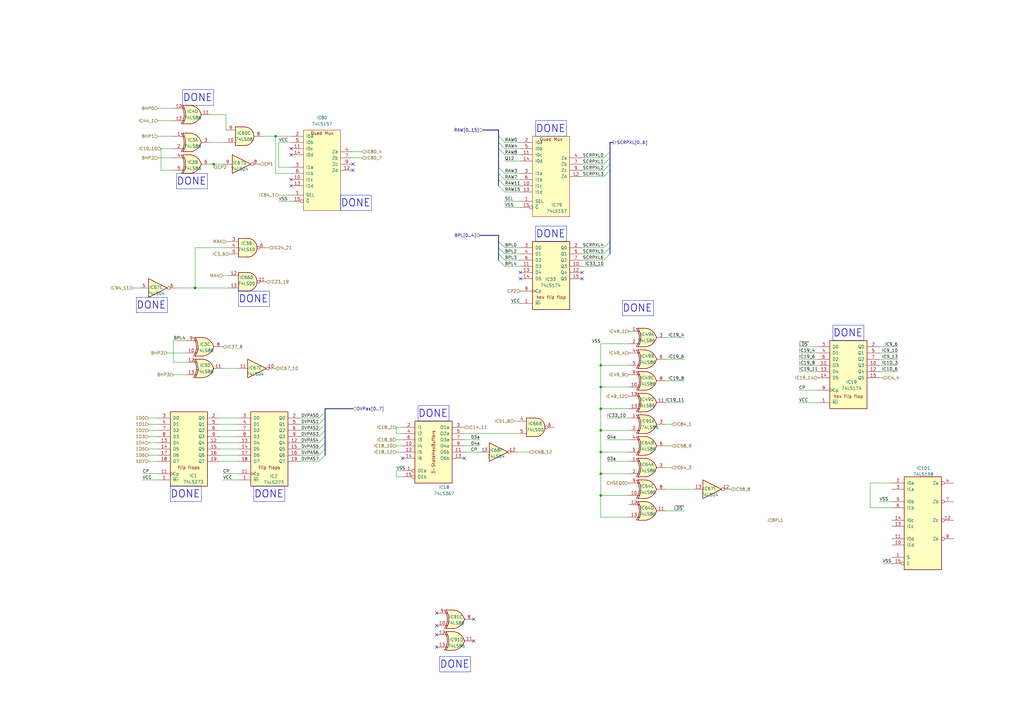
<source format=kicad_sch>
(kicad_sch (version 20231120) (generator "eeschema") (generator_version "8.0")
  (paper "A3")
  (lib_symbols
    (symbol "74xx:74LS10" (pin_names (offset 1.016))
      (property "Reference" "U" (at 0 1.27 0))
      (property "Value" "74LS10" (at 0 -1.27 0))
      (symbol "74LS10_1_1"
        (pin input line (at -7.62 2.54 0) (length 3.81) (name "~") (number "1"))
        (pin output inverted (at 7.62 0 180) (length 3.81) (name "~") (number "12"))
        (pin input line (at -7.62 -2.54 0) (length 3.81) (name "~") (number "13"))
        (pin input line (at -7.62 0 0) (length 3.81) (name "~") (number "2"))
      )
      (symbol "74LS10_1_2"
        (pin input inverted (at -7.62 2.54 0) (length 4.318) (name "~") (number "1"))
        (pin output line (at 7.62 0 180) (length 3.81) (name "~") (number "12"))
        (pin input inverted (at -7.62 -2.54 0) (length 4.318) (name "~") (number "13"))
        (pin input inverted (at -7.62 0 0) (length 4.953) (name "~") (number "2"))
      )
      (symbol "74LS10_2_1"
        (pin input line (at -7.62 2.54 0) (length 3.81) (name "~") (number "3"))
        (pin input line (at -7.62 0 0) (length 3.81) (name "~") (number "4"))
        (pin input line (at -7.62 -2.54 0) (length 3.81) (name "~") (number "5"))
        (pin output inverted (at 7.62 0 180) (length 3.81) (name "~") (number "6"))
      )
      (symbol "74LS10_2_2"
        (pin input inverted (at -7.62 2.54 0) (length 4.318) (name "~") (number "3"))
        (pin input inverted (at -7.62 0 0) (length 4.953) (name "~") (number "4"))
        (pin input inverted (at -7.62 -2.54 0) (length 4.318) (name "~") (number "5"))
        (pin output line (at 7.62 0 180) (length 3.81) (name "~") (number "6"))
      )
      (symbol "74LS10_3_1"
        (pin input line (at -7.62 0 0) (length 3.81) (name "~") (number "10"))
        (pin input line (at -7.62 -2.54 0) (length 3.81) (name "~") (number "11"))
        (pin output inverted (at 7.62 0 180) (length 3.81) (name "~") (number "8"))
        (pin input line (at -7.62 2.54 0) (length 3.81) (name "~") (number "9"))
      )
      (symbol "74LS10_3_2"
        (pin input inverted (at -7.62 0 0) (length 4.953) (name "~") (number "10"))
        (pin input inverted (at -7.62 -2.54 0) (length 4.318) (name "~") (number "11"))
        (pin output line (at 7.62 0 180) (length 3.81) (name "~") (number "8"))
        (pin input inverted (at -7.62 2.54 0) (length 4.318) (name "~") (number "9"))
      )
      (symbol "74LS10_4_0"
        (pin power_in line (at 0 12.7 270) (length 5.08) (name "VCC") (number "14"))
        (pin power_in line (at 0 -12.7 90) (length 5.08) (name "GND") (number "7"))
      )
    )
    (symbol "jt74:74LS00" (pin_names (offset 1.016))
      (property "Reference" "U" (at 0 1.27 0))
      (property "Value" "74LS00" (at 0 -1.27 0))
      (symbol "74LS00_1_1"
        (pin input line (at -7.62 2.54 0) (length 3.81) (name "~") (number "1"))
        (pin input line (at -7.62 -2.54 0) (length 3.81) (name "~") (number "2"))
        (pin output inverted (at 7.62 0 180) (length 3.81) (name "~") (number "3"))
      )
      (symbol "74LS00_1_2"
        (pin input inverted (at -7.62 2.54 0) (length 4.318) (name "~") (number "1"))
        (pin input inverted (at -7.62 -2.54 0) (length 4.318) (name "~") (number "2"))
        (pin output line (at 7.62 0 180) (length 3.81) (name "~") (number "3"))
      )
      (symbol "74LS00_2_1"
        (pin input line (at -7.62 2.54 0) (length 3.81) (name "~") (number "4"))
        (pin input line (at -7.62 -2.54 0) (length 3.81) (name "~") (number "5"))
        (pin output inverted (at 7.62 0 180) (length 3.81) (name "~") (number "6"))
      )
      (symbol "74LS00_2_2"
        (pin input inverted (at -7.62 2.54 0) (length 4.318) (name "~") (number "4"))
        (pin input inverted (at -7.62 -2.54 0) (length 4.318) (name "~") (number "5"))
        (pin output line (at 7.62 0 180) (length 3.81) (name "~") (number "6"))
      )
      (symbol "74LS00_3_1"
        (pin input line (at -7.62 -2.54 0) (length 3.81) (name "~") (number "10"))
        (pin output inverted (at 7.62 0 180) (length 3.81) (name "~") (number "8"))
        (pin input line (at -7.62 2.54 0) (length 3.81) (name "~") (number "9"))
      )
      (symbol "74LS00_3_2"
        (pin input inverted (at -7.62 -2.54 0) (length 4.318) (name "~") (number "10"))
        (pin output line (at 7.62 0 180) (length 3.81) (name "~") (number "8"))
        (pin input inverted (at -7.62 2.54 0) (length 4.318) (name "~") (number "9"))
      )
      (symbol "74LS00_4_1"
        (pin output inverted (at 7.62 0 180) (length 3.81) (name "~") (number "11"))
        (pin input line (at -7.62 2.54 0) (length 3.81) (name "~") (number "12"))
        (pin input line (at -7.62 -2.54 0) (length 3.81) (name "~") (number "13"))
      )
      (symbol "74LS00_4_2"
        (pin output line (at 7.62 0 180) (length 3.81) (name "~") (number "11"))
        (pin input inverted (at -7.62 2.54 0) (length 4.318) (name "~") (number "12"))
        (pin input inverted (at -7.62 -2.54 0) (length 4.318) (name "~") (number "13"))
      )
      (symbol "74LS00_5_0"
        (pin power_in line (at 0 7.62 270) (length 5.08) hide (name "VCC") (number "14"))
        (pin power_in line (at 0 -7.62 90) (length 5.08) hide (name "VSS") (number "7"))
      )
    )
    (symbol "jt74:74LS04" (pin_names (offset 1.016))
      (property "Reference" "U" (at 0 1.27 0))
      (property "Value" "74LS04" (at 0 -1.27 0))
      (symbol "74LS04_1_0"
        (pin input line (at -7.62 0 0) (length 3.81) (name "~") (number "1"))
        (pin output inverted (at 7.62 0 180) (length 3.81) (name "~") (number "2"))
      )
      (symbol "74LS04_2_0"
        (pin input line (at -7.62 0 0) (length 3.81) (name "~") (number "3"))
        (pin output inverted (at 7.62 0 180) (length 3.81) (name "~") (number "4"))
      )
      (symbol "74LS04_3_0"
        (pin input line (at -7.62 0 0) (length 3.81) (name "~") (number "5"))
        (pin output inverted (at 7.62 0 180) (length 3.81) (name "~") (number "6"))
      )
      (symbol "74LS04_4_0"
        (pin output inverted (at 7.62 0 180) (length 3.81) (name "~") (number "8"))
        (pin input line (at -7.62 0 0) (length 3.81) (name "~") (number "9"))
      )
      (symbol "74LS04_5_0"
        (pin output inverted (at 7.62 0 180) (length 3.81) (name "~") (number "10"))
        (pin input line (at -7.62 0 0) (length 3.81) (name "~") (number "11"))
      )
      (symbol "74LS04_6_0"
        (pin output inverted (at 7.62 0 180) (length 3.81) (name "~") (number "12"))
        (pin input line (at -7.62 0 0) (length 3.81) (name "~") (number "13"))
      )
      (symbol "74LS04_7_0"
        (pin power_in line (at 0 7.62 270) (length 5.08) hide (name "VCC") (number "14"))
        (pin power_in line (at 0 -7.62 90) (length 5.08) hide (name "VSS") (number "7"))
      )
    )
    (symbol "jt74:74LS08" (pin_names (offset 1.016))
      (property "Reference" "U" (at 0 1.27 0))
      (property "Value" "74LS08" (at 0 -1.27 0))
      (symbol "74LS08_1_1"
        (pin input line (at -7.62 2.54 0) (length 3.81) (name "~") (number "1"))
        (pin input line (at -7.62 -2.54 0) (length 3.81) (name "~") (number "2"))
        (pin output line (at 7.62 0 180) (length 3.81) (name "~") (number "3"))
      )
      (symbol "74LS08_1_2"
        (pin input inverted (at -7.62 2.54 0) (length 4.318) (name "~") (number "1"))
        (pin input inverted (at -7.62 -2.54 0) (length 4.318) (name "~") (number "2"))
        (pin output inverted (at 7.62 0 180) (length 3.81) (name "~") (number "3"))
      )
      (symbol "74LS08_2_1"
        (pin input line (at -7.62 2.54 0) (length 3.81) (name "~") (number "4"))
        (pin input line (at -7.62 -2.54 0) (length 3.81) (name "~") (number "5"))
        (pin output line (at 7.62 0 180) (length 3.81) (name "~") (number "6"))
      )
      (symbol "74LS08_2_2"
        (pin input inverted (at -7.62 2.54 0) (length 4.318) (name "~") (number "4"))
        (pin input inverted (at -7.62 -2.54 0) (length 4.318) (name "~") (number "5"))
        (pin output inverted (at 7.62 0 180) (length 3.81) (name "~") (number "6"))
      )
      (symbol "74LS08_3_1"
        (pin input line (at -7.62 -2.54 0) (length 3.81) (name "~") (number "10"))
        (pin output line (at 7.62 0 180) (length 3.81) (name "~") (number "8"))
        (pin input line (at -7.62 2.54 0) (length 3.81) (name "~") (number "9"))
      )
      (symbol "74LS08_3_2"
        (pin input inverted (at -7.62 -2.54 0) (length 4.318) (name "~") (number "10"))
        (pin output inverted (at 7.62 0 180) (length 3.81) (name "~") (number "8"))
        (pin input inverted (at -7.62 2.54 0) (length 4.318) (name "~") (number "9"))
      )
      (symbol "74LS08_4_1"
        (pin output line (at 7.62 0 180) (length 3.81) (name "~") (number "11"))
        (pin input line (at -7.62 2.54 0) (length 3.81) (name "~") (number "12"))
        (pin input line (at -7.62 -2.54 0) (length 3.81) (name "~") (number "13"))
      )
      (symbol "74LS08_4_2"
        (pin output inverted (at 7.62 0 180) (length 3.81) (name "~") (number "11"))
        (pin input inverted (at -7.62 2.54 0) (length 4.318) (name "~") (number "12"))
        (pin input inverted (at -7.62 -2.54 0) (length 4.318) (name "~") (number "13"))
      )
      (symbol "74LS08_5_0"
        (pin power_in line (at 0 7.62 270) (length 5.08) hide (name "VCC") (number "14"))
        (pin power_in line (at 0 -7.62 90) (length 5.08) hide (name "VSS") (number "7"))
      )
    )
    (symbol "jt74:74LS157" (pin_names (offset 1.016))
      (property "Reference" "U" (at 5.08 16.51 0))
      (property "Value" "74LS157" (at 0 -16.51 0))
      (symbol "74LS157_0_0"
        (text "Quad Mux" (at 0 13.97 0) (effects (font (size 1.27 1.27))))
      )
      (symbol "74LS157_1_0"
        (pin input line (at -12.7 -11.43 0) (length 5.08) (name "SEL") (number "1"))
        (pin input line (at -12.7 -5.08 0) (length 5.08) (name "I1c") (number "10"))
        (pin input line (at -12.7 7.62 0) (length 5.08) (name "I0c") (number "11"))
        (pin output line (at 12.7 -1.27 180) (length 5.08) (name "Zd") (number "12"))
        (pin input line (at -12.7 -7.62 0) (length 5.08) (name "I1d") (number "13"))
        (pin input line (at -12.7 5.08 0) (length 5.08) (name "I0d") (number "14"))
        (pin input inverted (at -12.7 -13.97 0) (length 5.08) (name "~{G}") (number "15"))
        (pin input line (at -12.7 12.7 0) (length 5.08) (name "I0a") (number "2"))
        (pin input line (at -12.7 0 0) (length 5.08) (name "I1a") (number "3"))
        (pin output line (at 12.7 6.35 180) (length 5.08) (name "Za") (number "4"))
        (pin input line (at -12.7 10.16 0) (length 5.08) (name "I0b") (number "5"))
        (pin input line (at -12.7 -2.54 0) (length 5.08) (name "I1b") (number "6"))
        (pin output line (at 12.7 3.81 180) (length 5.08) (name "Zb") (number "7"))
        (pin output line (at 12.7 1.27 180) (length 5.08) (name "Zc") (number "9"))
      )
    )
    (symbol "jt74:74LS158" (pin_names (offset 1.016))
      (property "Reference" "U" (at -7.62 19.05 0))
      (property "Value" "74LS158" (at -7.62 -21.59 0))
      (symbol "74LS158_1_0"
        (pin input line (at -12.7 -15.24 0) (length 5.08) (name "S") (number "1"))
        (pin input line (at -12.7 -10.16 0) (length 5.08) (name "I1d") (number "10"))
        (pin input line (at -12.7 -7.62 0) (length 5.08) (name "I0d") (number "11"))
        (pin output inverted (at 12.7 0 180) (length 5.08) (name "Zc") (number "12"))
        (pin input line (at -12.7 -2.54 0) (length 5.08) (name "I1c") (number "13"))
        (pin input line (at -12.7 0 0) (length 5.08) (name "I0c") (number "14"))
        (pin input inverted (at -12.7 -17.78 0) (length 5.08) (name "E") (number "15"))
        (pin input line (at 0 22.86 270) (length 5.08) hide (name "VCC") (number "16"))
        (pin input line (at -12.7 15.24 0) (length 5.08) (name "I0a") (number "2"))
        (pin input line (at -12.7 12.7 0) (length 5.08) (name "I1a") (number "3"))
        (pin output inverted (at 12.7 15.24 180) (length 5.08) (name "Za") (number "4"))
        (pin input line (at -12.7 7.62 0) (length 5.08) (name "I0b") (number "5"))
        (pin input line (at -12.7 5.08 0) (length 5.08) (name "I1b") (number "6"))
        (pin output inverted (at 12.7 7.62 180) (length 5.08) (name "Zb") (number "7"))
        (pin input line (at 0 -25.4 90) (length 5.08) hide (name "GND") (number "8"))
        (pin output inverted (at 12.7 -7.62 180) (length 5.08) (name "Zd") (number "9"))
      )
    )
    (symbol "jt74:74LS174" (pin_names (offset 1.016))
      (property "Reference" "U" (at 5.08 -12.7 0))
      (property "Value" "74LS174" (at 0 -5.08 0))
      (symbol "74LS174_0_0"
        (text "hex flip flop" (at 0 -10.16 0) (effects (font (size 1.27 1.27))))
      )
      (symbol "74LS174_1_0"
        (pin input line (at -12.7 -12.7 0) (length 5.08) (name "~{Mr}") (number "1"))
        (pin output line (at 12.7 2.54 180) (length 5.08) (name "Q3") (number "10"))
        (pin input line (at -12.7 2.54 0) (length 5.08) (name "D3") (number "11"))
        (pin output line (at 12.7 0 180) (length 5.08) (name "Q4") (number "12"))
        (pin input line (at -12.7 0 0) (length 5.08) (name "D4") (number "13"))
        (pin input line (at -12.7 -2.54 0) (length 5.08) (name "D5") (number "14"))
        (pin output line (at 12.7 -2.54 180) (length 5.08) (name "Q5") (number "15"))
        (pin output line (at 12.7 10.16 180) (length 5.08) (name "Q0") (number "2"))
        (pin input line (at -12.7 10.16 0) (length 5.08) (name "D0") (number "3"))
        (pin input line (at -12.7 7.62 0) (length 5.08) (name "D1") (number "4"))
        (pin output line (at 12.7 7.62 180) (length 5.08) (name "Q1") (number "5"))
        (pin input line (at -12.7 5.08 0) (length 5.08) (name "D2") (number "6"))
        (pin output line (at 12.7 5.08 180) (length 5.08) (name "Q2") (number "7"))
        (pin input clock (at -12.7 -7.62 0) (length 5.08) (name "Cp") (number "9"))
      )
      (symbol "74LS174_1_1"
        (pin power_in line (at 0 12.7 270) (length 5.08) hide (name "VCC") (number "16"))
        (pin power_in line (at 0 -15.24 90) (length 5.08) hide (name "VSS") (number "8"))
      )
    )
    (symbol "jt74:74LS273" (pin_names (offset 1.016))
      (property "Reference" "U" (at 0 2.54 0))
      (property "Value" "74LS273" (at 2.54 -13.97 0))
      (symbol "74LS273_0_0"
        (text "flip flops" (at 0 -7.62 0) (effects (font (size 1.27 1.27))))
      )
      (symbol "74LS273_1_0"
        (pin input line (at -12.7 -12.7 0) (length 5.08) (name "~{Mr}") (number "1"))
        (pin input clock (at -12.7 -10.16 0) (length 5.08) (name "Cp") (number "11"))
        (pin output line (at 12.7 2.54 180) (length 5.08) (name "Q4") (number "12"))
        (pin input line (at -12.7 2.54 0) (length 5.08) (name "D4") (number "13"))
        (pin input line (at -12.7 0 0) (length 5.08) (name "D5") (number "14"))
        (pin output line (at 12.7 0 180) (length 5.08) (name "Q5") (number "15"))
        (pin output line (at 12.7 -2.54 180) (length 5.08) (name "Q6") (number "16"))
        (pin input line (at -12.7 -2.54 0) (length 5.08) (name "D6") (number "17"))
        (pin input line (at -12.7 -5.08 0) (length 5.08) (name "D7") (number "18"))
        (pin output line (at 12.7 -5.08 180) (length 5.08) (name "Q7") (number "19"))
        (pin output line (at 12.7 12.7 180) (length 5.08) (name "Q0") (number "2"))
        (pin input line (at -12.7 12.7 0) (length 5.08) (name "D0") (number "3"))
        (pin input line (at -12.7 10.16 0) (length 5.08) (name "D1") (number "4"))
        (pin output line (at 12.7 10.16 180) (length 5.08) (name "Q1") (number "5"))
        (pin output line (at 12.7 7.62 180) (length 5.08) (name "Q2") (number "6"))
        (pin input line (at -12.7 7.62 0) (length 5.08) (name "D2") (number "7"))
        (pin input line (at -12.7 5.08 0) (length 5.08) (name "D3") (number "8"))
        (pin output line (at 12.7 5.08 180) (length 5.08) (name "Q3") (number "9"))
      )
    )
    (symbol "jt74:74LS367" (pin_names (offset 1.016))
      (property "Reference" "U" (at -7.62 13.97 0))
      (property "Value" "74LS367" (at -7.62 -13.97 0))
      (symbol "74LS367_0_0"
        (text "3-StateHexBuffers" (at 0 0 900) (effects (font (size 1.27 1.27))))
      )
      (symbol "74LS367_1_0"
        (pin input inverted (at -12.7 -7.62 0) (length 5.08) (name "OEa") (number "1"))
        (pin input line (at -12.7 2.54 0) (length 5.08) (name "I4") (number "10"))
        (pin tri_state line (at 12.7 0 180) (length 5.08) (name "O5b") (number "11"))
        (pin input line (at -12.7 0 0) (length 5.08) (name "I5") (number "12"))
        (pin tri_state line (at 12.7 -2.54 180) (length 5.08) (name "O6b") (number "13"))
        (pin input line (at -12.7 -2.54 0) (length 5.08) (name "I6") (number "14"))
        (pin input inverted (at -12.7 -10.16 0) (length 5.08) (name "OEb") (number "15"))
        (pin input line (at -12.7 10.16 0) (length 5.08) (name "I1") (number "2"))
        (pin tri_state line (at 12.7 10.16 180) (length 5.08) (name "O1a") (number "3"))
        (pin input line (at -12.7 7.62 0) (length 5.08) (name "I2") (number "4"))
        (pin tri_state line (at 12.7 7.62 180) (length 5.08) (name "O2a") (number "5"))
        (pin input line (at -12.7 5.08 0) (length 5.08) (name "I3") (number "6"))
        (pin tri_state line (at 12.7 5.08 180) (length 5.08) (name "O3a") (number "7"))
        (pin tri_state line (at 12.7 2.54 180) (length 5.08) (name "O4a") (number "9"))
      )
      (symbol "74LS367_1_1"
        (pin power_in line (at 0 12.7 270) (length 2.54) hide (name "VCC") (number "16"))
        (pin power_in line (at 0 -12.7 90) (length 2.54) hide (name "VSS") (number "8"))
      )
    )
    (symbol "jt74:74LS86" (pin_names (offset 1.016))
      (property "Reference" "U" (at 0 1.27 0))
      (property "Value" "74LS86" (at 0 -1.27 0))
      (symbol "74LS86_1_0"
        (pin input line (at -7.62 2.54 0) (length 4.445) (name "~") (number "1"))
        (pin input line (at -7.62 -2.54 0) (length 4.445) (name "~") (number "2"))
        (pin output line (at 7.62 0 180) (length 3.81) (name "~") (number "3"))
      )
      (symbol "74LS86_2_0"
        (pin input line (at -7.62 2.54 0) (length 4.445) (name "~") (number "4"))
        (pin input line (at -7.62 -2.54 0) (length 4.445) (name "~") (number "5"))
        (pin output line (at 7.62 0 180) (length 3.81) (name "~") (number "6"))
      )
      (symbol "74LS86_3_0"
        (pin input line (at -7.62 -2.54 0) (length 4.445) (name "~") (number "10"))
        (pin output line (at 7.62 0 180) (length 3.81) (name "~") (number "8"))
        (pin input line (at -7.62 2.54 0) (length 4.445) (name "~") (number "9"))
      )
      (symbol "74LS86_4_0"
        (pin output line (at 7.62 0 180) (length 3.81) (name "~") (number "11"))
        (pin input line (at -7.62 2.54 0) (length 4.445) (name "~") (number "12"))
        (pin input line (at -7.62 -2.54 0) (length 4.445) (name "~") (number "13"))
      )
      (symbol "74LS86_5_0"
        (pin power_in line (at 0 7.62 270) (length 5.08) hide (name "VCC") (number "14"))
        (pin power_in line (at 0 -7.62 90) (length 5.08) hide (name "VSS") (number "7"))
      )
    )
  )
  (junction (at 246.38 185.42))
  (junction (at 246.38 149.86))
  (junction (at 246.38 203.2))
  (junction (at 87.63 67.31))
  (junction (at 246.38 158.75))
  (junction (at 246.38 194.31))
  (junction (at 113.03 55.88))
  (junction (at 246.38 176.53))
  (junction (at 246.38 167.64))
  (junction (at 80.01 118.11))
  (no_connect (at 194.31 254))
  (no_connect (at 165.1 187.96))
  (no_connect (at 119.38 63.5))
  (no_connect (at 179.07 256.54))
  (no_connect (at 194.31 262.89))
  (no_connect (at 119.38 60.96))
  (no_connect (at 179.07 260.35))
  (no_connect (at 179.07 251.46))
  (no_connect (at 144.78 67.31))
  (no_connect (at 238.76 111.76))
  (no_connect (at 179.07 265.43))
  (no_connect (at 119.38 76.2))
  (no_connect (at 119.38 73.66))
  (no_connect (at 238.76 114.3))
  (no_connect (at 144.78 69.85))
  (no_connect (at 213.36 111.76))
  (no_connect (at 213.36 114.3))
  (no_connect (at 190.5 187.96))
  (bus_entry (at 204.47 106.68) (size 2.54 2.54))
  (bus_entry (at 204.47 60.96) (size 2.54 2.54))
  (bus_entry (at 247.65 101.6) (size 2.54 -2.54))
  (bus_entry (at 247.65 67.31) (size 2.54 -2.54))
  (bus_entry (at 130.81 181.61) (size 2.54 -2.54))
  (bus_entry (at 204.47 99.06) (size 2.54 2.54))
  (bus_entry (at 247.65 106.68) (size 2.54 -2.54))
  (bus_entry (at 204.47 101.6) (size 2.54 2.54))
  (bus_entry (at 204.47 76.2) (size 2.54 2.54))
  (bus_entry (at 204.47 71.12) (size 2.54 2.54))
  (bus_entry (at 130.81 176.53) (size 2.54 -2.54))
  (bus_entry (at 130.81 173.99) (size 2.54 -2.54))
  (bus_entry (at 130.81 189.23) (size 2.54 -2.54))
  (bus_entry (at 130.81 186.69) (size 2.54 -2.54))
  (bus_entry (at 247.65 64.77) (size 2.54 -2.54))
  (bus_entry (at 204.47 68.58) (size 2.54 2.54))
  (bus_entry (at 247.65 72.39) (size 2.54 -2.54))
  (bus_entry (at 247.65 104.14) (size 2.54 -2.54))
  (bus_entry (at 204.47 104.14) (size 2.54 2.54))
  (bus_entry (at 204.47 55.88) (size 2.54 2.54))
  (bus_entry (at 204.47 58.42) (size 2.54 2.54))
  (bus_entry (at 247.65 69.85) (size 2.54 -2.54))
  (bus_entry (at 130.81 171.45) (size 2.54 -2.54))
  (bus_entry (at 204.47 73.66) (size 2.54 2.54))
  (bus_entry (at 130.81 179.07) (size 2.54 -2.54))
  (bus_entry (at 130.81 184.15) (size 2.54 -2.54))
  (wire (pts (xy 246.38 158.75) (xy 257.81 158.75)))
  (wire (pts (xy 368.3 144.78) (xy 360.68 144.78)))
  (wire (pts (xy 92.71 46.99) (xy 86.36 46.99)))
  (bus (pts (xy 204.47 96.52) (xy 196.85 96.52)))
  (bus (pts (xy 250.19 101.6) (xy 250.19 99.06)))
  (wire (pts (xy 368.3 152.4) (xy 360.68 152.4)))
  (wire (pts (xy 247.65 106.68) (xy 238.76 106.68)))
  (wire (pts (xy 247.65 64.77) (xy 238.76 64.77)))
  (wire (pts (xy 246.38 158.75) (xy 246.38 167.64)))
  (wire (pts (xy 114.3 68.58) (xy 119.38 68.58)))
  (wire (pts (xy 90.17 179.07) (xy 97.79 179.07)))
  (wire (pts (xy 123.19 181.61) (xy 130.81 181.61)))
  (wire (pts (xy 60.96 181.61) (xy 64.77 181.61)))
  (wire (pts (xy 196.85 182.88) (xy 190.5 182.88)))
  (wire (pts (xy 58.42 194.31) (xy 64.77 194.31)))
  (wire (pts (xy 54.61 118.11) (xy 57.15 118.11)))
  (wire (pts (xy 90.17 173.99) (xy 97.79 173.99)))
  (wire (pts (xy 92.71 58.42) (xy 86.36 58.42)))
  (wire (pts (xy 90.17 171.45) (xy 97.79 171.45)))
  (wire (pts (xy 71.12 148.59) (xy 76.2 148.59)))
  (wire (pts (xy 207.01 76.2) (xy 213.36 76.2)))
  (wire (pts (xy 246.38 149.86) (xy 257.81 149.86)))
  (wire (pts (xy 71.12 139.7) (xy 71.12 148.59)))
  (wire (pts (xy 207.01 85.09) (xy 213.36 85.09)))
  (wire (pts (xy 90.17 189.23) (xy 97.79 189.23)))
  (bus (pts (xy 204.47 73.66) (xy 204.47 76.2)))
  (wire (pts (xy 165.1 195.58) (xy 162.56 195.58)))
  (wire (pts (xy 207.01 101.6) (xy 213.36 101.6)))
  (wire (pts (xy 246.38 176.53) (xy 257.81 176.53)))
  (wire (pts (xy 207.01 73.66) (xy 213.36 73.66)))
  (wire (pts (xy 71.12 60.96) (xy 66.04 60.96)))
  (wire (pts (xy 162.56 180.34) (xy 165.1 180.34)))
  (wire (pts (xy 80.01 118.11) (xy 93.98 118.11)))
  (bus (pts (xy 133.35 181.61) (xy 133.35 179.07)))
  (bus (pts (xy 204.47 71.12) (xy 204.47 73.66)))
  (wire (pts (xy 247.65 109.22) (xy 238.76 109.22)))
  (bus (pts (xy 204.47 71.12) (xy 204.47 68.58)))
  (wire (pts (xy 114.3 82.55) (xy 119.38 82.55)))
  (wire (pts (xy 114.3 80.01) (xy 119.38 80.01)))
  (wire (pts (xy 87.63 67.31) (xy 86.36 67.31)))
  (wire (pts (xy 148.59 62.23) (xy 144.78 62.23)))
  (wire (pts (xy 64.77 64.77) (xy 71.12 64.77)))
  (wire (pts (xy 207.01 109.22) (xy 213.36 109.22)))
  (bus (pts (xy 250.19 62.23) (xy 250.19 64.77)))
  (wire (pts (xy 162.56 193.04) (xy 165.1 193.04)))
  (wire (pts (xy 110.49 101.6) (xy 109.22 101.6)))
  (wire (pts (xy 327.66 152.4) (xy 335.28 152.4)))
  (bus (pts (xy 133.35 171.45) (xy 133.35 168.91)))
  (bus (pts (xy 250.19 67.31) (xy 250.19 69.85)))
  (wire (pts (xy 247.65 72.39) (xy 238.76 72.39)))
  (wire (pts (xy 280.67 156.21) (xy 273.05 156.21)))
  (wire (pts (xy 148.59 64.77) (xy 144.78 64.77)))
  (wire (pts (xy 162.56 185.42) (xy 165.1 185.42)))
  (wire (pts (xy 275.59 173.99) (xy 273.05 173.99)))
  (wire (pts (xy 190.5 177.8) (xy 212.09 177.8)))
  (wire (pts (xy 327.66 160.02) (xy 335.28 160.02)))
  (bus (pts (xy 204.47 104.14) (xy 204.47 101.6)))
  (wire (pts (xy 356.87 208.28) (xy 365.76 208.28)))
  (wire (pts (xy 257.81 203.2) (xy 246.38 203.2)))
  (wire (pts (xy 207.01 82.55) (xy 213.36 82.55)))
  (wire (pts (xy 257.81 185.42) (xy 246.38 185.42)))
  (wire (pts (xy 113.03 55.88) (xy 119.38 55.88)))
  (wire (pts (xy 92.71 99.06) (xy 93.98 99.06)))
  (wire (pts (xy 60.96 189.23) (xy 64.77 189.23)))
  (wire (pts (xy 246.38 185.42) (xy 246.38 176.53)))
  (wire (pts (xy 210.82 172.72) (xy 212.09 172.72)))
  (bus (pts (xy 204.47 99.06) (xy 204.47 96.52)))
  (wire (pts (xy 80.01 101.6) (xy 80.01 118.11)))
  (bus (pts (xy 204.47 55.88) (xy 204.47 53.34)))
  (bus (pts (xy 204.47 60.96) (xy 204.47 58.42)))
  (wire (pts (xy 207.01 106.68) (xy 213.36 106.68)))
  (wire (pts (xy 113.03 71.12) (xy 113.03 55.88)))
  (bus (pts (xy 250.19 104.14) (xy 250.19 101.6)))
  (wire (pts (xy 356.87 198.12) (xy 356.87 208.28)))
  (wire (pts (xy 327.66 147.32) (xy 335.28 147.32)))
  (wire (pts (xy 66.04 60.96) (xy 66.04 69.85)))
  (bus (pts (xy 250.19 64.77) (xy 250.19 67.31)))
  (bus (pts (xy 204.47 58.42) (xy 204.47 55.88)))
  (wire (pts (xy 119.38 71.12) (xy 113.03 71.12)))
  (wire (pts (xy 361.95 231.14) (xy 365.76 231.14)))
  (wire (pts (xy 72.39 118.11) (xy 80.01 118.11)))
  (wire (pts (xy 123.19 189.23) (xy 130.81 189.23)))
  (wire (pts (xy 246.38 140.97) (xy 246.38 149.86)))
  (wire (pts (xy 327.66 144.78) (xy 335.28 144.78)))
  (wire (pts (xy 162.56 195.58) (xy 162.56 193.04)))
  (wire (pts (xy 64.77 49.53) (xy 71.12 49.53)))
  (wire (pts (xy 90.17 181.61) (xy 97.79 181.61)))
  (wire (pts (xy 275.59 182.88) (xy 273.05 182.88)))
  (wire (pts (xy 92.71 53.34) (xy 92.71 46.99)))
  (wire (pts (xy 284.48 200.66) (xy 273.05 200.66)))
  (wire (pts (xy 217.17 185.42) (xy 212.09 185.42)))
  (wire (pts (xy 107.95 55.88) (xy 113.03 55.88)))
  (wire (pts (xy 207.01 60.96) (xy 213.36 60.96)))
  (wire (pts (xy 248.92 180.34) (xy 257.81 180.34)))
  (wire (pts (xy 207.01 104.14) (xy 213.36 104.14)))
  (wire (pts (xy 207.01 58.42) (xy 213.36 58.42)))
  (wire (pts (xy 60.96 176.53) (xy 64.77 176.53)))
  (wire (pts (xy 209.55 124.46) (xy 213.36 124.46)))
  (wire (pts (xy 246.38 203.2) (xy 246.38 194.31)))
  (wire (pts (xy 368.3 147.32) (xy 360.68 147.32)))
  (bus (pts (xy 204.47 53.34) (xy 198.12 53.34)))
  (wire (pts (xy 361.95 154.94) (xy 360.68 154.94)))
  (wire (pts (xy 327.66 165.1) (xy 335.28 165.1)))
  (wire (pts (xy 165.1 177.8) (xy 162.56 177.8)))
  (wire (pts (xy 91.44 113.03) (xy 93.98 113.03)))
  (wire (pts (xy 247.65 67.31) (xy 238.76 67.31)))
  (bus (pts (xy 133.35 184.15) (xy 133.35 181.61)))
  (wire (pts (xy 123.19 186.69) (xy 130.81 186.69)))
  (wire (pts (xy 58.42 196.85) (xy 64.77 196.85)))
  (bus (pts (xy 250.19 99.06) (xy 250.19 69.85)))
  (wire (pts (xy 60.96 171.45) (xy 64.77 171.45)))
  (wire (pts (xy 123.19 184.15) (xy 130.81 184.15)))
  (wire (pts (xy 207.01 66.04) (xy 213.36 66.04)))
  (wire (pts (xy 246.38 149.86) (xy 246.38 158.75)))
  (wire (pts (xy 90.17 176.53) (xy 97.79 176.53)))
  (wire (pts (xy 71.12 153.67) (xy 76.2 153.67)))
  (wire (pts (xy 257.81 212.09) (xy 246.38 212.09)))
  (wire (pts (xy 246.38 140.97) (xy 257.81 140.97)))
  (wire (pts (xy 91.44 194.31) (xy 97.79 194.31)))
  (wire (pts (xy 248.92 189.23) (xy 257.81 189.23)))
  (wire (pts (xy 114.3 58.42) (xy 119.38 58.42)))
  (wire (pts (xy 90.17 184.15) (xy 97.79 184.15)))
  (wire (pts (xy 335.28 142.24) (xy 327.66 142.24)))
  (bus (pts (xy 133.35 173.99) (xy 133.35 171.45)))
  (wire (pts (xy 91.44 196.85) (xy 97.79 196.85)))
  (bus (pts (xy 204.47 101.6) (xy 204.47 99.06)))
  (wire (pts (xy 275.59 191.77) (xy 273.05 191.77)))
  (wire (pts (xy 246.38 167.64) (xy 246.38 176.53)))
  (wire (pts (xy 247.65 104.14) (xy 238.76 104.14)))
  (wire (pts (xy 257.81 194.31) (xy 246.38 194.31)))
  (wire (pts (xy 123.19 176.53) (xy 130.81 176.53)))
  (wire (pts (xy 66.04 69.85) (xy 71.12 69.85)))
  (wire (pts (xy 247.65 101.6) (xy 238.76 101.6)))
  (wire (pts (xy 247.65 69.85) (xy 238.76 69.85)))
  (wire (pts (xy 123.19 173.99) (xy 130.81 173.99)))
  (bus (pts (xy 204.47 106.68) (xy 204.47 104.14)))
  (wire (pts (xy 60.96 173.99) (xy 64.77 173.99)))
  (wire (pts (xy 60.96 179.07) (xy 64.77 179.07)))
  (wire (pts (xy 64.77 44.45) (xy 71.12 44.45)))
  (bus (pts (xy 250.19 58.42) (xy 250.19 62.23)))
  (wire (pts (xy 360.68 205.74) (xy 365.76 205.74)))
  (wire (pts (xy 114.3 68.58) (xy 114.3 58.42)))
  (wire (pts (xy 196.85 180.34) (xy 190.5 180.34)))
  (wire (pts (xy 280.67 147.32) (xy 273.05 147.32)))
  (wire (pts (xy 97.79 151.13) (xy 91.44 151.13)))
  (wire (pts (xy 91.44 67.31) (xy 87.63 67.31)))
  (bus (pts (xy 133.35 186.69) (xy 133.35 184.15)))
  (wire (pts (xy 246.38 194.31) (xy 246.38 185.42)))
  (wire (pts (xy 190.5 185.42) (xy 196.85 185.42)))
  (wire (pts (xy 327.66 149.86) (xy 335.28 149.86)))
  (wire (pts (xy 162.56 177.8) (xy 162.56 175.26)))
  (wire (pts (xy 80.01 101.6) (xy 93.98 101.6)))
  (wire (pts (xy 60.96 184.15) (xy 64.77 184.15)))
  (bus (pts (xy 204.47 68.58) (xy 204.47 60.96)))
  (wire (pts (xy 60.96 186.69) (xy 64.77 186.69)))
  (wire (pts (xy 368.3 149.86) (xy 360.68 149.86)))
  (bus (pts (xy 250.19 58.42) (xy 251.46 58.42)))
  (wire (pts (xy 123.19 171.45) (xy 130.81 171.45)))
  (wire (pts (xy 368.3 142.24) (xy 360.68 142.24)))
  (wire (pts (xy 64.77 55.88) (xy 71.12 55.88)))
  (wire (pts (xy 248.92 171.45) (xy 257.81 171.45)))
  (wire (pts (xy 207.01 63.5) (xy 213.36 63.5)))
  (wire (pts (xy 90.17 186.69) (xy 97.79 186.69)))
  (wire (pts (xy 207.01 71.12) (xy 213.36 71.12)))
  (wire (pts (xy 207.01 78.74) (xy 213.36 78.74)))
  (wire (pts (xy 273.05 209.55) (xy 280.67 209.55)))
  (bus (pts (xy 133.35 168.91) (xy 133.35 167.64)))
  (wire (pts (xy 68.58 144.78) (xy 76.2 144.78)))
  (wire (pts (xy 71.12 139.7) (xy 76.2 139.7)))
  (wire (pts (xy 87.63 68.58) (xy 87.63 67.31)))
  (bus (pts (xy 133.35 179.07) (xy 133.35 176.53)))
  (wire (pts (xy 257.81 167.64) (xy 246.38 167.64)))
  (bus (pts (xy 133.35 167.64) (xy 144.78 167.64)))
  (wire (pts (xy 123.19 179.07) (xy 130.81 179.07)))
  (wire (pts (xy 162.56 182.88) (xy 165.1 182.88)))
  (wire (pts (xy 162.56 175.26) (xy 165.1 175.26)))
  (wire (pts (xy 246.38 212.09) (xy 246.38 203.2)))
  (wire (pts (xy 280.67 165.1) (xy 273.05 165.1)))
  (wire (pts (xy 365.76 198.12) (xy 356.87 198.12)))
  (wire (pts (xy 280.67 138.43) (xy 273.05 138.43)))
  (bus (pts (xy 133.35 176.53) (xy 133.35 173.99)))
  (rectangle (start 72.39 71.12) (end 85.09 77.47) (fill (type color) (color 255 255 255 1)))
  (rectangle (start 74.93 36.83) (end 87.63 43.18) (fill (type color) (color 255 255 255 1)))
  (rectangle (start 341.63 133.35) (end 354.33 139.7) (fill (type color) (color 255 255 255 1)))
  (rectangle (start 55.88 121.92) (end 68.58 128.27) (fill (type color) (color 255 255 255 1)))
  (rectangle (start 171.45 166.37) (end 184.15 172.72) (fill (type color) (color 255 255 255 1)))
  (rectangle (start 97.79 119.38) (end 110.49 125.73) (fill (type color) (color 255 255 255 1)))
  (rectangle (start 180.34 269.24) (end 193.04 275.59) (fill (type color) (color 255 255 255 1)))
  (rectangle (start 69.85 199.39) (end 82.55 205.74) (fill (type color) (color 255 255 255 1)))
  (rectangle (start 139.7 80.01) (end 152.4 86.36) (fill (type color) (color 255 255 255 1)))
  (rectangle (start 219.71 49.53) (end 232.41 55.88) (fill (type color) (color 255 255 255 1)))
  (rectangle (start 255.27 123.19) (end 267.97 129.54) (fill (type color) (color 255 255 255 1)))
  (rectangle (start 104.14 199.39) (end 116.84 205.74) (fill (type color) (color 255 255 255 1)))
  (rectangle (start 219.71 92.71) (end 232.41 99.06) (fill (type color) (color 255 255 255 1)))
  (text "DONE" (at 171.45 171.45 0) (effects (font (size 3 3) (thickness 0.254) (bold yes)) (justify left bottom)))
  (text "DONE" (at 104.14 204.47 0) (effects (font (size 3 3) (thickness 0.254) (bold yes)) (justify left bottom)))
  (text "DONE" (at 180.34 274.32 0) (effects (font (size 3 3) (thickness 0.254) (bold yes)) (justify left bottom)))
  (text "DONE" (at 219.71 97.79 0) (effects (font (size 3 3) (thickness 0.254) (bold yes)) (justify left bottom)))
  (text "DONE" (at 139.7 85.09 0) (effects (font (size 3 3) (thickness 0.254) (bold yes)) (justify left bottom)))
  (text "DONE" (at 341.63 138.43 0) (effects (font (size 3 3) (thickness 0.254) (bold yes)) (justify left bottom)))
  (text "DONE" (at 69.85 204.47 0) (effects (font (size 3 3) (thickness 0.254) (bold yes)) (justify left bottom)))
  (text "DONE" (at 97.79 124.46 0) (effects (font (size 3 3) (thickness 0.254) (bold yes)) (justify left bottom)))
  (text "DONE" (at 219.71 54.61 0) (effects (font (size 3 3) (thickness 0.254) (bold yes)) (justify left bottom)))
  (text "DONE" (at 72.39 76.2 0) (effects (font (size 3 3) (thickness 0.254) (bold yes)) (justify left bottom)))
  (text "DONE" (at 74.93 41.91 0) (effects (font (size 3 3) (thickness 0.254) (bold yes)) (justify left bottom)))
  (text "DONE" (at 55.88 127 0) (effects (font (size 3 3) (thickness 0.254) (bold yes)) (justify left bottom)))
  (text "DONE" (at 255.27 128.27 0) (effects (font (size 3 3) (thickness 0.254) (bold yes)) (justify left bottom)))
  (label "VSS" (at 246.38 140.97 180))
  (label "CP" (at 193.04 185.42 0))
  (label "SCRPXL3" (at 247.65 72.39 180))
  (label "04a" (at 196.85 182.88 180))
  (label "RAW8" (at 207.01 63.5 0))
  (label "03a" (at 248.92 189.23 0))
  (label "~{LDS'}" (at 280.67 209.55 180))
  (label "SCRPXL0" (at 247.65 64.77 180))
  (label "CP" (at 58.42 194.31 0))
  (label "IC9_13" (at 368.3 147.32 180))
  (label "IC9_10" (at 368.3 144.78 180))
  (label "CP" (at 91.44 194.31 0))
  (label "BPL0" (at 207.01 101.6 0))
  (label "RAW3" (at 207.01 71.12 0))
  (label "VCC" (at 114.3 58.42 0))
  (label "IC19_6" (at 327.66 147.32 0))
  (label "03a" (at 196.85 180.34 180))
  (label "DVPAS0" (at 130.81 171.45 180))
  (label "IC9_6" (at 368.3 142.24 180))
  (label "SEL" (at 207.01 82.55 0))
  (label "RAW4" (at 207.01 60.96 0))
  (label "IC19_4" (at 280.67 138.43 180))
  (label "VCC" (at 91.44 196.85 0))
  (label "DVPAS7" (at 130.81 189.23 180))
  (label "IC19_8" (at 280.67 156.21 180))
  (label "VSS" (at 162.56 193.04 0))
  (label "BPL4" (at 207.01 109.22 0))
  (label "SCRPXL2" (at 247.65 69.85 180))
  (label "DVPAS5" (at 130.81 184.15 180))
  (label "IC19_11" (at 280.67 165.1 180))
  (label "BPL4" (at 71.12 139.7 0))
  (label "VSS" (at 361.95 231.14 0))
  (label "RAW15" (at 207.01 78.74 0))
  (label "VSS" (at 360.68 205.74 0))
  (label "VSS" (at 114.3 82.55 0))
  (label "SCRPXL1" (at 247.65 67.31 180))
  (label "Q12" (at 207.01 66.04 0))
  (label "04a" (at 248.92 180.34 0))
  (label "VCC" (at 327.66 165.1 0))
  (label "IC19_6" (at 280.67 147.32 180))
  (label "IC10_3" (at 368.3 149.86 180))
  (label "VCC" (at 58.42 196.85 0))
  (label "RAW11" (at 207.01 76.2 0))
  (label "CP" (at 327.66 160.02 0))
  (label "SCRPXL4" (at 247.65 101.6 180))
  (label "DVPAS4" (at 130.81 181.61 180))
  (label "IC19_4" (at 327.66 144.78 0))
  (label "DVPAS1" (at 130.81 173.99 180))
  (label "IC19_11" (at 327.66 152.4 0))
  (label "BPL3" (at 207.01 106.68 0))
  (label "IC19_8" (at 327.66 149.86 0))
  (label "DVPAS3" (at 130.81 179.07 180))
  (label "DVPAS6" (at 130.81 186.69 180))
  (label "IC33_10" (at 247.65 109.22 180))
  (label "RAW0" (at 207.01 58.42 0))
  (label "DVPAS2" (at 130.81 176.53 180))
  (label "RAW7" (at 207.01 73.66 0))
  (label "IC33_10" (at 248.92 171.45 0))
  (label "IC10_6" (at 368.3 152.4 180))
  (label "~{LDS'}" (at 327.66 142.24 0))
  (label "SCRPXL6" (at 247.65 106.68 180))
  (label "VSS" (at 207.01 85.09 0))
  (label "BPL2" (at 207.01 104.14 0))
  (label "VCC" (at 209.55 124.46 0))
  (label "SCRPXL5" (at 247.65 104.14 180))
  (hierarchical_label "IC80_7" (shape input) (at 148.59 64.77 0))
  (hierarchical_label "1D1" (shape input) (at 60.96 173.99 180))
  (hierarchical_label "IC49_1" (shape input) (at 257.81 135.89 180))
  (hierarchical_label "IC51_6" (shape input) (at 210.82 172.72 180))
  (hierarchical_label "IC58_8" (shape input) (at 299.72 200.66 0))
  (hierarchical_label "IC37_8" (shape input) (at 91.44 142.24 0))
  (hierarchical_label "IC67_10" (shape input) (at 113.03 151.13 0))
  (hierarchical_label "IC49_12" (shape input) (at 257.81 162.56 180))
  (hierarchical_label "BHP2" (shape input) (at 64.77 64.77 180))
  (hierarchical_label "IC80_4" (shape input) (at 148.59 62.23 0))
  (hierarchical_label "IC94_11" (shape input) (at 54.61 118.11 180))
  (hierarchical_label "1D3" (shape input) (at 60.96 179.07 180))
  (hierarchical_label "IC84_1" (shape input) (at 114.3 80.01 180))
  (hierarchical_label "SCRPXL[0..6]" (shape output) (at 251.46 58.42 0))
  (hierarchical_label "IC64_3" (shape input) (at 275.59 191.77 0))
  (hierarchical_label "IC24_21" (shape input) (at 110.49 101.6 0))
  (hierarchical_label "BPL1" (shape input) (at 314.96 213.36 0))
  (hierarchical_label "IC18_10" (shape input) (at 162.56 182.88 180))
  (hierarchical_label "MA4" (shape input) (at 91.44 113.03 180))
  (hierarchical_label "BHP1" (shape input) (at 64.77 55.88 180))
  (hierarchical_label "1D6" (shape input) (at 60.96 186.69 180))
  (hierarchical_label "IC44_1" (shape input) (at 64.77 49.53 180))
  (hierarchical_label "IC4_4" (shape input) (at 361.95 154.94 0))
  (hierarchical_label "IC18_6" (shape input) (at 162.56 180.34 180))
  (hierarchical_label "BPL[0..4]" (shape input) (at 196.85 96.52 180))
  (hierarchical_label "MA4" (shape input) (at 92.71 99.06 180))
  (hierarchical_label "IC18_12" (shape input) (at 162.56 185.42 180))
  (hierarchical_label "DVPas[0..7]" (shape input) (at 144.78 167.64 0))
  (hierarchical_label "CHSEQ0" (shape input) (at 257.81 198.12 180))
  (hierarchical_label "1D5" (shape input) (at 60.96 184.15 180))
  (hierarchical_label "IC3_6" (shape input) (at 93.98 104.14 180))
  (hierarchical_label "1D2" (shape input) (at 60.96 176.53 180))
  (hierarchical_label "IC49_4" (shape input) (at 257.81 144.78 180))
  (hierarchical_label "CP2" (shape input) (at 87.63 68.58 0))
  (hierarchical_label "IC19_14" (shape input) (at 335.28 154.94 180))
  (hierarchical_label "BHP0" (shape input) (at 64.77 44.45 180))
  (hierarchical_label "RAW[0..15]" (shape input) (at 198.12 53.34 180))
  (hierarchical_label "IC49_9" (shape input) (at 257.81 153.67 180))
  (hierarchical_label "BHP2" (shape input) (at 68.58 144.78 180))
  (hierarchical_label "IC23_19" (shape input) (at 109.22 115.57 0))
  (hierarchical_label "BHP3" (shape input) (at 71.12 153.67 180))
  (hierarchical_label "IC18_2" (shape input) (at 162.56 175.26 180))
  (hierarchical_label "1D0" (shape input) (at 60.96 171.45 180))
  (hierarchical_label "IC10_10" (shape input) (at 66.04 60.96 180))
  (hierarchical_label "1D4" (shape input) (at 60.96 181.61 180))
  (hierarchical_label "IC68_12" (shape input) (at 217.17 185.42 0))
  (hierarchical_label "IC84_1" (shape input) (at 275.59 173.99 0))
  (hierarchical_label "CP2" (shape input) (at 213.36 119.38 180))
  (hierarchical_label "IC58_9" (shape input) (at 275.59 182.88 0))
  (hierarchical_label "1D7" (shape input) (at 60.96 189.23 180))
  (hierarchical_label "IC14_11" (shape input) (at 190.5 175.26 0))
  (hierarchical_label "CP1" (shape input) (at 106.68 67.31 0))
  (symbol (lib_id "jt74:74LS174") (at 347.98 152.4 0) (unit 1)
    (property "Reference" "IC19" (at 349.25 156.718 0))
    (property "Value" "74LS174" (at 349.25 159.258 0))
    (property "Datasheet" "http://www.ti.com/lit/gpn/sn74LS174" (effects (hide yes)))
    (property "Description" "Hex D-type Flip-Flop, reset" (effects (hide yes)))
  )
  (symbol (lib_id "jt74:74LS273") (at 77.47 184.15 0) (unit 1)
    (property "Reference" "IC1" (at 79.248 195.072 0))
    (property "Value" "74LS273" (at 79.248 197.612 0))
    (property "Datasheet" "http://www.ti.com/lit/gpn/sn74LS273" (effects (hide yes)))
    (property "Description" "8-bit D Flip-Flop, reset" (effects (hide yes)))
  )
  (symbol (lib_id "jt74:74LS04") (at 292.1 200.66 0) (unit 6)
    (property "Reference" "IC67" (at 291.084 200.406 0))
    (property "Value" "74LS04" (at 291.084 202.946 0))
    (property "Datasheet" "http://www.ti.com/lit/gpn/sn74LS04" (effects (hide yes)))
    (property "Description" "Hex Inverter" (effects (hide yes)))
  )
  (symbol (lib_id "jt74:74LS08") (at 100.33 55.88 0) (unit 3)
    (property "Reference" "IC60" (at 100.076 54.61 0))
    (property "Value" "74LS08" (at 100.076 57.15 0))
    (property "Datasheet" "http://www.ti.com/lit/gpn/sn74LS08" (effects (hide yes)))
    (property "Description" "Quad And2" (effects (hide yes)))
  )
  (symbol (lib_id "jt74:74LS04") (at 105.41 151.13 0) (unit 5)
    (property "Reference" "IC67" (at 104.648 150.876 0))
    (property "Value" "74LS04" (at 104.648 153.416 0))
    (property "Datasheet" "http://www.ti.com/lit/gpn/sn74LS04" (effects (hide yes)))
    (property "Description" "Hex Inverter" (effects (hide yes)))
  )
  (symbol (lib_id "74xx:74LS10") (at 101.6 101.6 0) (unit 2)
    (property "Reference" "IC3" (at 101.092 99.822 0))
    (property "Value" "74LS10" (at 101.092 102.362 0))
    (property "Datasheet" "http://www.ti.com/lit/gpn/sn74LS10" (effects (hide yes)))
    (property "Description" "Triple 3-input NAND" (effects (hide yes)))
  )
  (symbol (lib_id "jt74:74LS86") (at 265.43 138.43 0) (unit 1)
    (property "Reference" "IC49" (at 265.43 137.16 0))
    (property "Value" "74LS86" (at 265.1252 139.7 0))
    (property "Datasheet" "74xx/74ls86.pdf" (effects (hide yes)))
    (property "Description" "Quad 2-input XOR" (effects (hide yes)))
  )
  (symbol (lib_id "jt74:74LS158") (at 378.46 213.36 0) (unit 1)
    (property "Reference" "IC101" (at 378.714 192.024 0))
    (property "Value" "74LS158" (at 378.714 194.564 0))
    (property "Datasheet" "http://www.ti.com/lit/gpn/sn74LS158" (effects (hide yes)))
    (property "Description" "Quad 2 to 1 multiplexer" (effects (hide yes)))
  )
  (symbol (lib_id "jt74:74LS86") (at 265.43 191.77 0) (unit 1)
    (property "Reference" "IC64" (at 265.43 190.5 0))
    (property "Value" "74LS86" (at 265.43 193.04 0))
    (property "Datasheet" "74xx/74ls86.pdf" (effects (hide yes)))
    (property "Description" "Quad 2-input XOR" (effects (hide yes)))
  )
  (symbol (lib_id "jt74:74LS86") (at 78.74 67.31 0) (unit 2)
    (property "Reference" "IC3" (at 78.994 66.548 0))
    (property "Value" "74LS86" (at 78.994 69.088 0))
    (property "Datasheet" "74xx/74ls86.pdf" (effects (hide yes)))
    (property "Description" "Quad 2-input XOR" (effects (hide yes)))
  )
  (symbol (lib_id "jt74:74LS86") (at 78.74 46.99 0) (unit 4)
    (property "Reference" "IC4" (at 78.994 45.72 0))
    (property "Value" "74LS86" (at 78.994 48.26 0))
    (property "Datasheet" "74xx/74ls86.pdf" (effects (hide yes)))
    (property "Description" "Quad 2-input XOR" (effects (hide yes)))
  )
  (symbol (lib_id "jt74:74LS04") (at 204.47 185.42 0) (unit 6)
    (property "Reference" "IC68" (at 203.454 184.658 0))
    (property "Value" "74LS04" (at 203.454 187.198 0))
    (property "Datasheet" "http://www.ti.com/lit/gpn/sn74LS04" (effects (hide yes)))
    (property "Description" "Hex Inverter" (effects (hide yes)))
  )
  (symbol (lib_id "jt74:74LS86") (at 265.43 165.1 0) (unit 4)
    (property "Reference" "IC49" (at 265.43 163.83 0))
    (property "Value" "74LS86" (at 265.1252 166.37 0))
    (property "Datasheet" "74xx/74ls86.pdf" (effects (hide yes)))
    (property "Description" "Quad 2-input XOR" (effects (hide yes)))
  )
  (symbol (lib_id "jt74:74LS86") (at 186.69 254 0) (unit 3)
    (property "Reference" "IC91" (at 186.944 252.984 0))
    (property "Value" "74LS86" (at 186.944 255.524 0))
    (property "Datasheet" "74xx/74ls86.pdf" (effects (hide yes)))
    (property "Description" "Quad 2-input XOR" (effects (hide yes)))
  )
  (symbol (lib_id "jt74:74LS86") (at 265.43 147.32 0) (unit 2)
    (property "Reference" "IC49" (at 265.43 146.05 0))
    (property "Value" "74LS86" (at 265.43 148.59 0))
    (property "Datasheet" "74xx/74ls86.pdf" (effects (hide yes)))
    (property "Description" "Quad 2-input XOR" (effects (hide yes)))
  )
  (symbol (lib_id "jt74:74LS157") (at 226.06 71.12 0) (unit 1)
    (property "Reference" "IC79" (at 228.346 84.074 0))
    (property "Value" "74LS157" (at 228.346 86.614 0))
    (property "Datasheet" "https://www.alldatasheet.com/datasheet-pdf/pdf/27402/TI/74LS157.html" (effects (hide yes)))
    (property "Description" "Quad 2 to 1 line Multiplexer" (effects (hide yes)))
  )
  (symbol (lib_id "jt74:74LS86") (at 265.43 156.21 0) (unit 3)
    (property "Reference" "IC49" (at 265.43 154.94 0))
    (property "Value" "74LS86" (at 265.43 157.48 0))
    (property "Datasheet" "74xx/74ls86.pdf" (effects (hide yes)))
    (property "Description" "Quad 2-input XOR" (effects (hide yes)))
  )
  (symbol (lib_id "jt74:74LS00") (at 101.6 115.57 0) (unit 4)
    (property "Reference" "IC66" (at 101.092 113.792 0))
    (property "Value" "74LS00" (at 101.092 116.332 0))
    (property "Datasheet" "http://www.ti.com/lit/gpn/sn74ls00" (effects (hide yes)))
    (property "Description" "quad 2-input NAND gate" (effects (hide yes)))
  )
  (symbol (lib_id "jt74:74LS04") (at 64.77 118.11 0) (unit 3)
    (property "Reference" "IC67" (at 64.008 117.856 0))
    (property "Value" "74LS04" (at 64.008 120.396 0))
    (property "Datasheet" "http://www.ti.com/lit/gpn/sn74LS04" (effects (hide yes)))
    (property "Description" "Hex Inverter" (effects (hide yes)))
  )
  (symbol (lib_id "jt74:74LS86") (at 265.43 209.55 0) (unit 4)
    (property "Reference" "IC64" (at 265.43 208.28 0))
    (property "Value" "74LS86" (at 265.43 210.82 0))
    (property "Datasheet" "74xx/74ls86.pdf" (effects (hide yes)))
    (property "Description" "Quad 2-input XOR" (effects (hide yes)))
  )
  (symbol (lib_id "jt74:74LS86") (at 83.82 151.13 0) (unit 4)
    (property "Reference" "IC3" (at 84.074 149.86 0))
    (property "Value" "74LS86" (at 84.074 152.4 0))
    (property "Datasheet" "74xx/74ls86.pdf" (effects (hide yes)))
    (property "Description" "Quad 2-input XOR" (effects (hide yes)))
  )
  (symbol (lib_id "jt74:74LS174") (at 226.06 111.76 0) (unit 1)
    (property "Reference" "IC33" (at 225.806 114.554 0))
    (property "Value" "74LS174" (at 225.806 117.094 0))
    (property "Datasheet" "http://www.ti.com/lit/gpn/sn74LS174" (effects (hide yes)))
    (property "Description" "Hex D-type Flip-Flop, reset" (effects (hide yes)))
  )
  (symbol (lib_id "jt74:74LS00") (at 219.71 175.26 0) (unit 2)
    (property "Reference" "IC66" (at 219.456 173.736 0))
    (property "Value" "74LS00" (at 219.456 176.276 0))
    (property "Datasheet" "http://www.ti.com/lit/gpn/sn74ls00" (effects (hide yes)))
    (property "Description" "quad 2-input NAND gate" (effects (hide yes)))
  )
  (symbol (lib_id "jt74:74LS86") (at 265.43 182.88 0) (unit 2)
    (property "Reference" "IC64" (at 265.43 181.61 0))
    (property "Value" "74LS86" (at 265.43 184.15 0))
    (property "Datasheet" "74xx/74ls86.pdf" (effects (hide yes)))
    (property "Description" "Quad 2-input XOR" (effects (hide yes)))
  )
  (symbol (lib_id "jt74:74LS86") (at 265.43 200.66 0) (unit 3)
    (property "Reference" "IC64" (at 265.43 199.39 0))
    (property "Value" "74LS86" (at 265.43 201.93 0))
    (property "Datasheet" "74xx/74ls86.pdf" (effects (hide yes)))
    (property "Description" "Quad 2-input XOR" (effects (hide yes)))
  )
  (symbol (lib_id "jt74:74LS367") (at 177.8 185.42 0) (unit 1)
    (property "Reference" "IC18" (at 182.118 199.898 0))
    (property "Value" "74LS367" (at 182.118 202.438 0))
    (property "Datasheet" "https://pdf1.alldatasheet.com/datasheet-pdf/view/12653/ONSEMI/SN74LS367AN.html" (effects (hide yes)))
    (property "Description" "Hex Bus Driver 3-state outputs" (effects (hide yes)))
  )
  (symbol (lib_id "jt74:74LS86") (at 265.43 173.99 0) (unit 1)
    (property "Reference" "IC91" (at 262.89 172.72 0) (effects (justify left)))
    (property "Value" "74LS86" (at 262.89 175.26 0) (effects (justify left)))
    (property "Datasheet" "74xx/74ls86.pdf" (effects (hide yes)))
    (property "Description" "Quad 2-input XOR" (effects (hide yes)))
  )
  (symbol (lib_id "jt74:74LS86") (at 186.69 262.89 0) (unit 4)
    (property "Reference" "IC91" (at 187.198 262.382 0))
    (property "Value" "74LS86" (at 187.198 264.922 0))
    (property "Datasheet" "74xx/74ls86.pdf" (effects (hide yes)))
    (property "Description" "Quad 2-input XOR" (effects (hide yes)))
  )
  (symbol (lib_id "jt74:74LS86") (at 83.82 142.24 0) (unit 3)
    (property "Reference" "IC3" (at 84.074 141.224 0))
    (property "Value" "74LS86" (at 84.074 143.764 0))
    (property "Datasheet" "74xx/74ls86.pdf" (effects (hide yes)))
    (property "Description" "Quad 2-input XOR" (effects (hide yes)))
  )
  (symbol (lib_id "jt74:74LS157") (at 132.08 68.58 0) (unit 1)
    (property "Reference" "IC80" (at 132.08 48.26 0))
    (property "Value" "74LS157" (at 132.08 50.8 0))
    (property "Datasheet" "https://www.alldatasheet.com/datasheet-pdf/pdf/27402/TI/74LS157.html" (effects (hide yes)))
    (property "Description" "Quad 2 to 1 line Multiplexer" (effects (hide yes)))
  )
  (symbol (lib_id "jt74:74LS86") (at 78.74 58.42 0) (unit 1)
    (property "Reference" "IC3" (at 78.994 57.404 0))
    (property "Value" "74LS86" (at 78.994 59.944 0))
    (property "Datasheet" "74xx/74ls86.pdf" (effects (hide yes)))
    (property "Description" "Quad 2-input XOR" (effects (hide yes)))
  )
  (symbol (lib_id "jt74:74LS273") (at 110.49 184.15 0) (unit 1)
    (property "Reference" "IC2" (at 112.268 195.326 0))
    (property "Value" "74LS273" (at 112.268 197.866 0))
    (property "Datasheet" "http://www.ti.com/lit/gpn/sn74LS273" (effects (hide yes)))
    (property "Description" "8-bit D Flip-Flop, reset" (effects (hide yes)))
  )
  (symbol (lib_id "jt74:74LS04") (at 99.06 67.31 0) (unit 4)
    (property "Reference" "IC67" (at 98.298 66.802 0))
    (property "Value" "74LS04" (at 98.298 69.342 0))
    (property "Datasheet" "http://www.ti.com/lit/gpn/sn74LS04" (effects (hide yes)))
    (property "Description" "Hex Inverter" (effects (hide yes)))
  )
)
</source>
